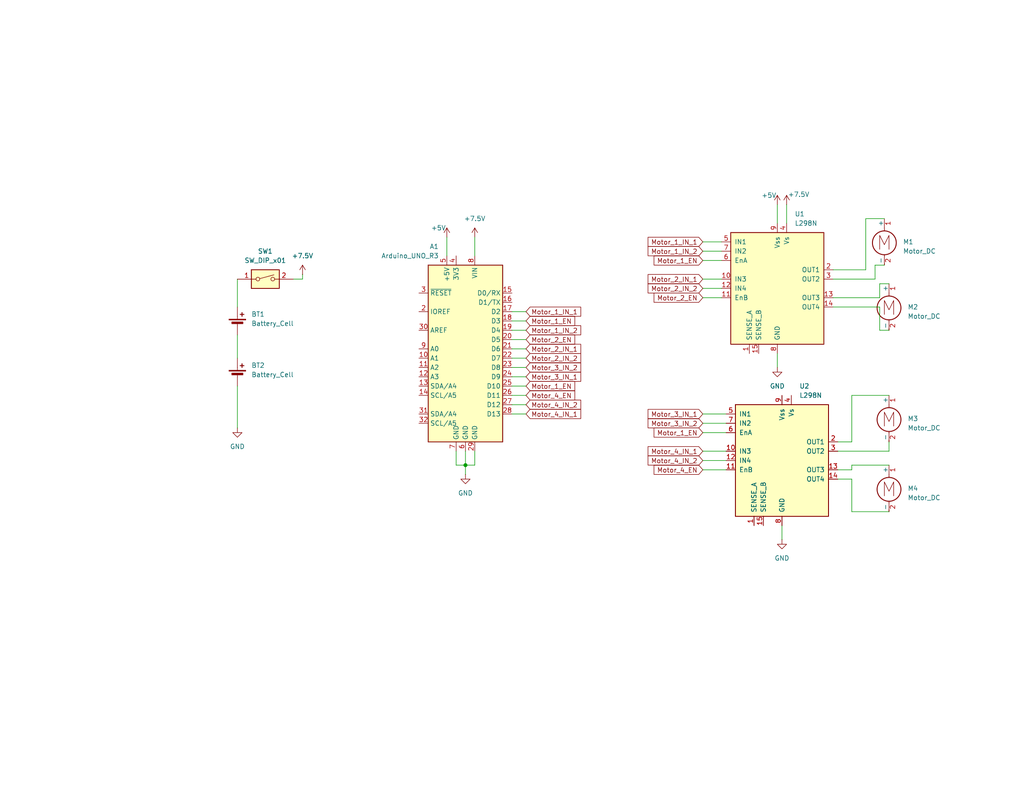
<source format=kicad_sch>
(kicad_sch (version 20231120) (generator "eeschema") (generator_version "8.0")
  (paper "A")
  (title_block (title "Circuito de controld de Motores con Arduino UNO") (date "2024-11-26"))
  (lib_symbols
    (symbol "Device:Battery_Cell" (pin_numbers hide) (pin_names (offset 0) hide)
      (property "Reference" "BT" (at 2.54 2.54 0))
      (property "Value" "Battery_Cell" (at 2.54 0 0))
      (symbol "Battery_Cell_0_1"
        (rectangle (start -2.286 1.778) (end 2.286 1.524) (fill (type outline)))
        (rectangle (start -1.524 1.016) (end 1.524 0.508) (fill (type outline)))
        (polyline (pts (xy 0 0.762) (xy 0 0)))
        (polyline (pts (xy 0 1.778) (xy 0 2.54)))
        (polyline (pts (xy 0.762 3.048) (xy 1.778 3.048)) (stroke (width 0.254)))
        (polyline (pts (xy 1.27 3.556) (xy 1.27 2.54)) (stroke (width 0.254)))
      )
      (symbol "Battery_Cell_1_1"
        (pin passive line (at 0 5.08 270) (length 2.54) (name "+") (number "1"))
        (pin passive line (at 0 -2.54 90) (length 2.54) (name "-") (number "2"))
      )
    )
    (symbol "Driver_Motor:L298N" (pin_names (offset 1.016))
      (property "Reference" "U" (at -10.16 16.51 0))
      (property "Value" "L298N" (at 12.7 16.51 0))
      (symbol "L298N_0_1"
        (rectangle (start -12.7 15.24) (end 12.7 -15.24) (stroke (width 0.254)) (fill (type background)))
      )
      (symbol "L298N_1_1"
        (pin power_in line (at -7.62 -17.78 90) (length 2.54) (name "SENSE_A") (number "1"))
        (pin input line (at -15.24 2.54 0) (length 2.54) (name "IN3") (number "10"))
        (pin input line (at -15.24 -2.54 0) (length 2.54) (name "EnB") (number "11"))
        (pin input line (at -15.24 0 0) (length 2.54) (name "IN4") (number "12"))
        (pin output line (at 15.24 -2.54 180) (length 2.54) (name "OUT3") (number "13"))
        (pin output line (at 15.24 -5.08 180) (length 2.54) (name "OUT4") (number "14"))
        (pin power_in line (at -5.08 -17.78 90) (length 2.54) (name "SENSE_B") (number "15"))
        (pin output line (at 15.24 5.08 180) (length 2.54) (name "OUT1") (number "2"))
        (pin output line (at 15.24 2.54 180) (length 2.54) (name "OUT2") (number "3"))
        (pin power_in line (at 2.54 17.78 270) (length 2.54) (name "Vs") (number "4"))
        (pin input line (at -15.24 12.7 0) (length 2.54) (name "IN1") (number "5"))
        (pin input line (at -15.24 7.62 0) (length 2.54) (name "EnA") (number "6"))
        (pin input line (at -15.24 10.16 0) (length 2.54) (name "IN2") (number "7"))
        (pin power_in line (at 0 -17.78 90) (length 2.54) (name "GND") (number "8"))
        (pin power_in line (at 0 17.78 270) (length 2.54) (name "Vss") (number "9"))
      )
    )
    (symbol "MCU_Module:Arduino_UNO_R3"
      (property "Reference" "A" (at -10.16 23.495 0))
      (property "Value" "Arduino_UNO_R3" (at 5.08 -26.67 0))
      (symbol "Arduino_UNO_R3_0_1"
        (rectangle (start -10.16 22.86) (end 10.16 -25.4) (stroke (width 0.254)) (fill (type background)))
      )
      (symbol "Arduino_UNO_R3_1_1"
        (pin no_connect line (at -10.16 -20.32 0) (length 2.54) hide (name "NC") (number "1"))
        (pin bidirectional line (at 12.7 -2.54 180) (length 2.54) (name "A1") (number "10"))
        (pin bidirectional line (at 12.7 -5.08 180) (length 2.54) (name "A2") (number "11"))
        (pin bidirectional line (at 12.7 -7.62 180) (length 2.54) (name "A3") (number "12"))
        (pin bidirectional line (at 12.7 -10.16 180) (length 2.54) (name "SDA/A4") (number "13"))
        (pin bidirectional line (at 12.7 -12.7 180) (length 2.54) (name "SCL/A5") (number "14"))
        (pin bidirectional line (at -12.7 15.24 0) (length 2.54) (name "D0/RX") (number "15"))
        (pin bidirectional line (at -12.7 12.7 0) (length 2.54) (name "D1/TX") (number "16"))
        (pin bidirectional line (at -12.7 10.16 0) (length 2.54) (name "D2") (number "17"))
        (pin bidirectional line (at -12.7 7.62 0) (length 2.54) (name "D3") (number "18"))
        (pin bidirectional line (at -12.7 5.08 0) (length 2.54) (name "D4") (number "19"))
        (pin output line (at 12.7 10.16 180) (length 2.54) (name "IOREF") (number "2"))
        (pin bidirectional line (at -12.7 2.54 0) (length 2.54) (name "D5") (number "20"))
        (pin bidirectional line (at -12.7 0 0) (length 2.54) (name "D6") (number "21"))
        (pin bidirectional line (at -12.7 -2.54 0) (length 2.54) (name "D7") (number "22"))
        (pin bidirectional line (at -12.7 -5.08 0) (length 2.54) (name "D8") (number "23"))
        (pin bidirectional line (at -12.7 -7.62 0) (length 2.54) (name "D9") (number "24"))
        (pin bidirectional line (at -12.7 -10.16 0) (length 2.54) (name "D10") (number "25"))
        (pin bidirectional line (at -12.7 -12.7 0) (length 2.54) (name "D11") (number "26"))
        (pin bidirectional line (at -12.7 -15.24 0) (length 2.54) (name "D12") (number "27"))
        (pin bidirectional line (at -12.7 -17.78 0) (length 2.54) (name "D13") (number "28"))
        (pin power_in line (at -2.54 -27.94 90) (length 2.54) (name "GND") (number "29"))
        (pin input line (at 12.7 15.24 180) (length 2.54) (name "~{RESET}") (number "3"))
        (pin input line (at 12.7 5.08 180) (length 2.54) (name "AREF") (number "30"))
        (pin bidirectional line (at 12.7 -17.78 180) (length 2.54) (name "SDA/A4") (number "31"))
        (pin bidirectional line (at 12.7 -20.32 180) (length 2.54) (name "SCL/A5") (number "32"))
        (pin power_out line (at 2.54 25.4 270) (length 2.54) (name "3V3") (number "4"))
        (pin power_out line (at 5.08 25.4 270) (length 2.54) (name "+5V") (number "5"))
        (pin power_in line (at 0 -27.94 90) (length 2.54) (name "GND") (number "6"))
        (pin power_in line (at 2.54 -27.94 90) (length 2.54) (name "GND") (number "7"))
        (pin power_in line (at -2.54 25.4 270) (length 2.54) (name "VIN") (number "8"))
        (pin bidirectional line (at 12.7 0 180) (length 2.54) (name "A0") (number "9"))
      )
    )
    (symbol "Motor:Motor_DC" (pin_names (offset 0))
      (property "Reference" "M" (at 2.54 2.54 0))
      (property "Value" "Motor_DC" (at 2.54 -5.08 0))
      (symbol "Motor_DC_0_0"
        (polyline (pts (xy -1.27 -3.302) (xy -1.27 0.508) (xy 0 -2.032) (xy 1.27 0.508) (xy 1.27 -3.302)))
      )
      (symbol "Motor_DC_0_1"
        (circle (center 0 -1.524) (radius 3.2512) (stroke (width 0.254)))
        (polyline (pts (xy 0 -7.62) (xy 0 -7.112)))
        (polyline (pts (xy 0 -4.7752) (xy 0 -5.1816)))
        (polyline (pts (xy 0 1.7272) (xy 0 2.0828)))
        (polyline (pts (xy 0 2.032) (xy 0 2.54)))
      )
      (symbol "Motor_DC_1_1"
        (pin passive line (at 0 5.08 270) (length 2.54) (name "+") (number "1"))
        (pin passive line (at 0 -7.62 90) (length 2.54) (name "-") (number "2"))
      )
    )
    (symbol "Switch:SW_DIP_x01" (pin_names (offset 0) hide)
      (property "Reference" "SW" (at 0 3.81 0))
      (property "Value" "SW_DIP_x01" (at 0 -3.81 0))
      (symbol "SW_DIP_x01_0_0"
        (circle (center -2.032 0) (radius 0.508))
        (polyline (pts (xy -1.524 0.127) (xy 2.3622 1.1684)))
        (circle (center 2.032 0) (radius 0.508))
      )
      (symbol "SW_DIP_x01_0_1"
        (rectangle (start -3.81 2.54) (end 3.81 -2.54) (stroke (width 0.254)) (fill (type background)))
      )
      (symbol "SW_DIP_x01_1_1"
        (pin passive line (at -7.62 0 0) (length 5.08) (name "~") (number "1"))
        (pin passive line (at 7.62 0 180) (length 5.08) (name "~") (number "2"))
      )
    )
    (symbol "power:+5V" (power) (pin_numbers hide) (pin_names (offset 0) hide)
      (property "Value" "+5V" (at 0 3.556 0))
      (symbol "+5V_0_1"
        (polyline (pts (xy -0.762 1.27) (xy 0 2.54)))
        (polyline (pts (xy 0 0) (xy 0 2.54)))
        (polyline (pts (xy 0 2.54) (xy 0.762 1.27)))
      )
      (symbol "+5V_1_1"
        (pin power_in line (at 0 0 90) (length 0) (name "~") (number "1"))
      )
    )
    (symbol "power:+7.5V" (power) (pin_numbers hide) (pin_names (offset 0) hide)
      (property "Value" "+7.5V" (at 0 3.556 0))
      (symbol "+7.5V_0_1"
        (polyline (pts (xy -0.762 1.27) (xy 0 2.54)))
        (polyline (pts (xy 0 0) (xy 0 2.54)))
        (polyline (pts (xy 0 2.54) (xy 0.762 1.27)))
      )
      (symbol "+7.5V_1_1"
        (pin power_in line (at 0 0 90) (length 0) (name "~") (number "1"))
      )
    )
    (symbol "power:GND" (power) (pin_numbers hide) (pin_names (offset 0) hide)
      (property "Value" "GND" (at 0 -3.81 0))
      (symbol "GND_0_1"
        (polyline (pts (xy 0 0) (xy 0 -1.27) (xy 1.27 -1.27) (xy 0 -2.54) (xy -1.27 -1.27) (xy 0 -1.27)))
      )
      (symbol "GND_1_1"
        (pin power_in line (at 0 0 270) (length 0) (name "~") (number "1"))
      )
    )
  )
  (junction (at 127 127))
  (wire (pts (xy 228.6 130.81) (xy 232.41 130.81)))
  (wire (pts (xy 124.46 123.19) (xy 124.46 127)))
  (wire (pts (xy 139.7 102.87) (xy 143.51 102.87)))
  (wire (pts (xy 191.77 81.28) (xy 196.85 81.28)))
  (wire (pts (xy 232.41 139.7) (xy 242.57 139.7)))
  (wire (pts (xy 139.7 85.09) (xy 143.51 85.09)))
  (wire (pts (xy 242.57 123.19) (xy 242.57 120.65)))
  (wire (pts (xy 232.41 128.27) (xy 232.41 127)))
  (wire (pts (xy 227.33 76.2) (xy 238.76 76.2)))
  (wire (pts (xy 139.7 105.41) (xy 143.51 105.41)))
  (wire (pts (xy 64.77 91.44) (xy 64.77 97.79)))
  (wire (pts (xy 236.22 59.69) (xy 241.3 59.69)))
  (wire (pts (xy 191.77 123.19) (xy 198.12 123.19)))
  (wire (pts (xy 213.36 143.51) (xy 213.36 147.32)))
  (wire (pts (xy 236.22 73.66) (xy 236.22 59.69)))
  (wire (pts (xy 232.41 120.65) (xy 232.41 107.95)))
  (wire (pts (xy 232.41 107.95) (xy 242.57 107.95)))
  (wire (pts (xy 191.77 113.03) (xy 198.12 113.03)))
  (wire (pts (xy 129.54 123.19) (xy 129.54 127)))
  (wire (pts (xy 139.7 110.49) (xy 143.51 110.49)))
  (wire (pts (xy 214.63 55.88) (xy 214.63 60.96)))
  (wire (pts (xy 212.09 96.52) (xy 212.09 100.33)))
  (wire (pts (xy 191.77 115.57) (xy 198.12 115.57)))
  (wire (pts (xy 227.33 83.82) (xy 240.03 83.82)))
  (wire (pts (xy 139.7 113.03) (xy 143.51 113.03)))
  (wire (pts (xy 121.92 64.77) (xy 121.92 69.85)))
  (wire (pts (xy 240.03 77.47) (xy 242.57 77.47)))
  (wire (pts (xy 139.7 90.17) (xy 143.51 90.17)))
  (wire (pts (xy 64.77 76.2) (xy 64.77 83.82)))
  (wire (pts (xy 240.03 90.17) (xy 242.57 90.17)))
  (wire (pts (xy 240.03 81.28) (xy 240.03 77.47)))
  (wire (pts (xy 191.77 66.04) (xy 196.85 66.04)))
  (wire (pts (xy 129.54 127) (xy 127 127)))
  (wire (pts (xy 228.6 128.27) (xy 232.41 128.27)))
  (wire (pts (xy 238.76 72.39) (xy 241.3 72.39)))
  (wire (pts (xy 139.7 95.25) (xy 143.51 95.25)))
  (wire (pts (xy 191.77 78.74) (xy 196.85 78.74)))
  (wire (pts (xy 227.33 73.66) (xy 236.22 73.66)))
  (wire (pts (xy 127 123.19) (xy 127 127)))
  (wire (pts (xy 139.7 107.95) (xy 143.51 107.95)))
  (wire (pts (xy 191.77 128.27) (xy 198.12 128.27)))
  (wire (pts (xy 232.41 130.81) (xy 232.41 139.7)))
  (wire (pts (xy 228.6 123.19) (xy 242.57 123.19)))
  (wire (pts (xy 212.09 55.88) (xy 212.09 60.96)))
  (wire (pts (xy 191.77 71.12) (xy 196.85 71.12)))
  (wire (pts (xy 228.6 120.65) (xy 232.41 120.65)))
  (wire (pts (xy 82.55 74.93) (xy 82.55 76.2)))
  (wire (pts (xy 80.01 76.2) (xy 82.55 76.2)))
  (wire (pts (xy 240.03 83.82) (xy 240.03 90.17)))
  (wire (pts (xy 191.77 125.73) (xy 198.12 125.73)))
  (wire (pts (xy 139.7 100.33) (xy 143.51 100.33)))
  (wire (pts (xy 127 127) (xy 127 129.54)))
  (wire (pts (xy 191.77 76.2) (xy 196.85 76.2)))
  (wire (pts (xy 191.77 118.11) (xy 198.12 118.11)))
  (wire (pts (xy 238.76 76.2) (xy 238.76 72.39)))
  (wire (pts (xy 139.7 97.79) (xy 143.51 97.79)))
  (wire (pts (xy 124.46 127) (xy 127 127)))
  (wire (pts (xy 232.41 127) (xy 242.57 127)))
  (wire (pts (xy 191.77 68.58) (xy 196.85 68.58)))
  (wire (pts (xy 139.7 92.71) (xy 143.51 92.71)))
  (wire (pts (xy 139.7 87.63) (xy 143.51 87.63)))
  (wire (pts (xy 227.33 81.28) (xy 240.03 81.28)))
  (wire (pts (xy 64.77 105.41) (xy 64.77 116.84)))
  (wire (pts (xy 129.54 64.77) (xy 129.54 69.85)))
  (global_label "Motor_3_IN_1" (shape input) (at 143.51 102.87 0) (property "Intersheetrefs" "${INTERSHEET_REFS}" (effects (hide yes))))
  (global_label "Motor_4_EN" (shape input) (at 191.77 128.27 180) (property "Intersheetrefs" "${INTERSHEET_REFS}" (effects (hide yes))))
  (global_label "Motor_2_IN_1" (shape input) (at 191.77 76.2 180) (property "Intersheetrefs" "${INTERSHEET_REFS}" (effects (hide yes))))
  (global_label "Motor_1_IN_1" (shape input) (at 191.77 66.04 180) (property "Intersheetrefs" "${INTERSHEET_REFS}" (effects (hide yes))))
  (global_label "Motor_4_IN_1" (shape input) (at 191.77 123.19 180) (property "Intersheetrefs" "${INTERSHEET_REFS}" (effects (hide yes))))
  (global_label "Motor_4_IN_1" (shape input) (at 143.51 113.03 0) (property "Intersheetrefs" "${INTERSHEET_REFS}" (effects (hide yes))))
  (global_label "Motor_2_EN" (shape input) (at 143.51 92.71 0) (property "Intersheetrefs" "${INTERSHEET_REFS}" (effects (hide yes))))
  (global_label "Motor_1_EN" (shape input) (at 191.77 118.11 180) (property "Intersheetrefs" "${INTERSHEET_REFS}" (effects (hide yes))))
  (global_label "Motor_1_EN" (shape input) (at 191.77 71.12 180) (property "Intersheetrefs" "${INTERSHEET_REFS}" (effects (hide yes))))
  (global_label "Motor_1_IN_2" (shape input) (at 143.51 90.17 0) (property "Intersheetrefs" "${INTERSHEET_REFS}" (effects (hide yes))))
  (global_label "Motor_3_IN_1" (shape input) (at 191.77 113.03 180) (property "Intersheetrefs" "${INTERSHEET_REFS}" (effects (hide yes))))
  (global_label "Motor_2_IN_2" (shape input) (at 143.51 97.79 0) (property "Intersheetrefs" "${INTERSHEET_REFS}" (effects (hide yes))))
  (global_label "Motor_2_IN_2" (shape input) (at 191.77 78.74 180) (property "Intersheetrefs" "${INTERSHEET_REFS}" (effects (hide yes))))
  (global_label "Motor_1_EN" (shape input) (at 143.51 87.63 0) (property "Intersheetrefs" "${INTERSHEET_REFS}" (effects (hide yes))))
  (global_label "Motor_4_IN_2" (shape input) (at 191.77 125.73 180) (property "Intersheetrefs" "${INTERSHEET_REFS}" (effects (hide yes))))
  (global_label "Motor_3_IN_2" (shape input) (at 191.77 115.57 180) (property "Intersheetrefs" "${INTERSHEET_REFS}" (effects (hide yes))))
  (global_label "Motor_4_IN_2" (shape input) (at 143.51 110.49 0) (property "Intersheetrefs" "${INTERSHEET_REFS}" (effects (hide yes))))
  (global_label "Motor_1_IN_2" (shape input) (at 191.77 68.58 180) (property "Intersheetrefs" "${INTERSHEET_REFS}" (effects (hide yes))))
  (global_label "Motor_3_IN_2" (shape input) (at 143.51 100.33 0) (property "Intersheetrefs" "${INTERSHEET_REFS}" (effects (hide yes))))
  (global_label "Motor_1_EN" (shape input) (at 143.51 105.41 0) (property "Intersheetrefs" "${INTERSHEET_REFS}" (effects (hide yes))))
  (global_label "Motor_1_IN_1" (shape input) (at 143.51 85.09 0) (property "Intersheetrefs" "${INTERSHEET_REFS}" (effects (hide yes))))
  (global_label "Motor_2_IN_1" (shape input) (at 143.51 95.25 0) (property "Intersheetrefs" "${INTERSHEET_REFS}" (effects (hide yes))))
  (global_label "Motor_4_EN" (shape input) (at 143.51 107.95 0) (property "Intersheetrefs" "${INTERSHEET_REFS}" (effects (hide yes))))
  (global_label "Motor_2_EN" (shape input) (at 191.77 81.28 180) (property "Intersheetrefs" "${INTERSHEET_REFS}" (effects (hide yes))))
  (symbol (lib_id "power:+5V") (at 212.09 55.88 0) (unit 1)
    (property "Reference" "#PWR06" (effects (hide yes)))
    (property "Value" "+5V" (at 209.804 53.34 0))
    (property "Description" "Power symbol creates a global label with name \"+5V\"" (effects (hide yes)))
  )
  (symbol (lib_id "Switch:SW_DIP_x01") (at 72.39 76.2 0) (unit 1)
    (property "Reference" "SW1" (at 72.39 68.58 0))
    (property "Value" "SW_DIP_x01" (at 72.39 71.12 0))
    (property "Description" "1x DIP Switch, Single Pole Single Throw (SPST) switch, small symbol" (effects (hide yes)))
  )
  (symbol (lib_id "power:+5V") (at 121.92 64.77 0) (unit 1)
    (property "Reference" "#PWR07" (effects (hide yes)))
    (property "Value" "+5V" (at 119.634 62.23 0))
    (property "Description" "Power symbol creates a global label with name \"+5V\"" (effects (hide yes)))
  )
  (symbol (lib_id "power:+7.5V") (at 129.54 64.77 0) (unit 1)
    (property "Reference" "#PWR04" (effects (hide yes)))
    (property "Value" "+7.5V" (at 129.54 59.69 0))
    (property "Description" "Power symbol creates a global label with name \"+7.5V\"" (effects (hide yes)))
  )
  (symbol (lib_id "power:+7.5V") (at 82.55 74.93 0) (unit 1)
    (property "Reference" "#PWR01" (effects (hide yes)))
    (property "Value" "+7.5V" (at 82.55 69.85 0))
    (property "Description" "Power symbol creates a global label with name \"+7.5V\"" (effects (hide yes)))
  )
  (symbol (lib_id "power:GND") (at 212.09 100.33 0) (unit 1)
    (property "Reference" "#PWR09" (effects (hide yes)))
    (property "Value" "GND" (at 212.09 105.41 0))
    (property "Description" "Power symbol creates a global label with name \"GND\" , ground" (effects (hide yes)))
  )
  (symbol (lib_id "Device:Battery_Cell") (at 64.77 88.9 0) (unit 1)
    (property "Reference" "BT1" (at 68.58 85.7884 0) (effects (justify left)))
    (property "Value" "Battery_Cell" (at 68.58 88.3284 0) (effects (justify left)))
    (property "Description" "Single-cell battery" (effects (hide yes)))
  )
  (symbol (lib_id "Device:Battery_Cell") (at 64.77 102.87 0) (unit 1)
    (property "Reference" "BT2" (at 68.58 99.7584 0) (effects (justify left)))
    (property "Value" "Battery_Cell" (at 68.58 102.2984 0) (effects (justify left)))
    (property "Description" "Single-cell battery" (effects (hide yes)))
  )
  (symbol (lib_id "Motor:Motor_DC") (at 241.3 64.77 0) (unit 1)
    (property "Reference" "M1" (at 246.38 66.0399 0) (effects (justify left)))
    (property "Value" "Motor_DC" (at 246.38 68.5799 0) (effects (justify left)))
    (property "Footprint" "Connector_PinHeader_2.54mm:PinHeader_1x02_P2.54mm_Vertical" (effects (hide yes)))
    (property "Description" "DC Motor" (effects (hide yes)))
  )
  (symbol (lib_id "power:GND") (at 213.36 147.32 0) (unit 1)
    (property "Reference" "#PWR08" (effects (hide yes)))
    (property "Value" "GND" (at 213.36 152.4 0))
    (property "Description" "Power symbol creates a global label with name \"GND\" , ground" (effects (hide yes)))
  )
  (symbol (lib_id "Driver_Motor:L298N") (at 212.09 78.74 0) (unit 1)
    (property "Reference" "U1" (at 216.8241 58.42 0) (effects (justify left)))
    (property "Value" "L298N" (at 216.8241 60.96 0) (effects (justify left)))
    (property "Footprint" "Package_TO_SOT_THT:TO-220-15_P2.54x2.54mm_StaggerOdd_Lead4.58mm_Vertical" (effects (hide yes)))
    (property "Datasheet" "http://www.st.com/st-web-ui/static/active/en/resource/technical/document/datasheet/CD00000240.pdf" (effects (hide yes)))
    (property "Description" "Dual full bridge motor driver, up to 46V, 4A, Multiwatt15-V" (effects (hide yes)))
  )
  (symbol (lib_id "MCU_Module:Arduino_UNO_R3") (at 127 95.25 0) (mirror y) (unit 1)
    (property "Reference" "A1" (at 119.7259 67.31 0) (effects (justify left)))
    (property "Value" "Arduino_UNO_R3" (at 119.7259 69.85 0) (effects (justify left)))
    (property "Footprint" "Module:Arduino_UNO_R3" (effects (hide yes)))
    (property "Datasheet" "https://www.arduino.cc/en/Main/arduinoBoardUno" (effects (hide yes)))
    (property "Description" "Arduino UNO Microcontroller Module, release 3" (effects (hide yes)))
  )
  (symbol (lib_id "Motor:Motor_DC") (at 242.57 132.08 0) (unit 1)
    (property "Reference" "M4" (at 247.65 133.3499 0) (effects (justify left)))
    (property "Value" "Motor_DC" (at 247.65 135.8899 0) (effects (justify left)))
    (property "Footprint" "Connector_PinHeader_2.54mm:PinHeader_1x02_P2.54mm_Vertical" (effects (hide yes)))
    (property "Description" "DC Motor" (effects (hide yes)))
  )
  (symbol (lib_id "Motor:Motor_DC") (at 242.57 82.55 0) (unit 1)
    (property "Reference" "M2" (at 247.65 83.8199 0) (effects (justify left)))
    (property "Value" "Motor_DC" (at 247.65 86.3599 0) (effects (justify left)))
    (property "Footprint" "Connector_PinHeader_2.54mm:PinHeader_1x02_P2.54mm_Vertical" (effects (hide yes)))
    (property "Description" "DC Motor" (effects (hide yes)))
  )
  (symbol (lib_id "power:+7.5V") (at 214.63 55.88 0) (unit 1)
    (property "Reference" "#PWR05" (effects (hide yes)))
    (property "Value" "+7.5V" (at 217.932 53.086 0))
    (property "Description" "Power symbol creates a global label with name \"+7.5V\"" (effects (hide yes)))
  )
  (symbol (lib_id "power:GND") (at 64.77 116.84 0) (unit 1)
    (property "Reference" "#PWR02" (effects (hide yes)))
    (property "Value" "GND" (at 64.77 121.92 0))
    (property "Description" "Power symbol creates a global label with name \"GND\" , ground" (effects (hide yes)))
  )
  (symbol (lib_id "Motor:Motor_DC") (at 242.57 113.03 0) (unit 1)
    (property "Reference" "M3" (at 247.65 114.2999 0) (effects (justify left)))
    (property "Value" "Motor_DC" (at 247.65 116.8399 0) (effects (justify left)))
    (property "Footprint" "Connector_PinHeader_2.54mm:PinHeader_1x02_P2.54mm_Vertical" (effects (hide yes)))
    (property "Description" "DC Motor" (effects (hide yes)))
  )
  (symbol (lib_id "Driver_Motor:L298N") (at 213.36 125.73 0) (unit 1)
    (property "Reference" "U2" (at 218.0941 105.41 0) (effects (justify left)))
    (property "Value" "L298N" (at 218.0941 107.95 0) (effects (justify left)))
    (property "Footprint" "Package_TO_SOT_THT:TO-220-15_P2.54x2.54mm_StaggerOdd_Lead4.58mm_Vertical" (effects (hide yes)))
    (property "Datasheet" "http://www.st.com/st-web-ui/static/active/en/resource/technical/document/datasheet/CD00000240.pdf" (effects (hide yes)))
    (property "Description" "Dual full bridge motor driver, up to 46V, 4A, Multiwatt15-V" (effects (hide yes)))
  )
  (symbol (lib_id "power:GND") (at 127 129.54 0) (unit 1)
    (property "Reference" "#PWR03" (effects (hide yes)))
    (property "Value" "GND" (at 127 134.62 0))
    (property "Description" "Power symbol creates a global label with name \"GND\" , ground" (effects (hide yes)))
  )
)
</source>
